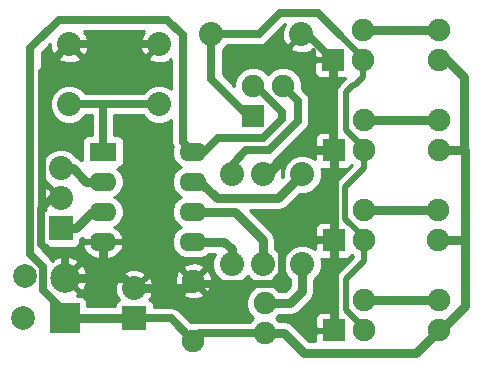
<source format=gbl>
G04 (created by PCBNEW-RS274X (2011-12-21 BZR 3253)-stable) date 29/03/2012 15:53:19*
G01*
G70*
G90*
%MOIN*%
G04 Gerber Fmt 3.4, Leading zero omitted, Abs format*
%FSLAX34Y34*%
G04 APERTURE LIST*
%ADD10C,0.006000*%
%ADD11R,0.075000X0.075000*%
%ADD12C,0.075000*%
%ADD13R,0.098400X0.098400*%
%ADD14C,0.098400*%
%ADD15C,0.078700*%
%ADD16C,0.080000*%
%ADD17R,0.090000X0.062000*%
%ADD18O,0.090000X0.062000*%
%ADD19R,0.080000X0.080000*%
%ADD20C,0.025000*%
%ADD21C,0.030000*%
%ADD22C,0.020000*%
%ADD23C,0.010000*%
G04 APERTURE END LIST*
G54D10*
G54D11*
X46510Y-24950D03*
G54D12*
X47510Y-23950D03*
X46510Y-23950D03*
G54D13*
X40250Y-31700D03*
G54D14*
X40250Y-30350D03*
G54D15*
X38850Y-31700D03*
X38900Y-30300D03*
G54D16*
X43385Y-22565D03*
X43385Y-24565D03*
X40385Y-22565D03*
X40385Y-24565D03*
G54D11*
X49200Y-32100D03*
G54D12*
X50200Y-32100D03*
X50200Y-31100D03*
X52700Y-26100D03*
X52700Y-25100D03*
G54D17*
X41500Y-26150D03*
G54D18*
X41500Y-27150D03*
X41500Y-28150D03*
X41500Y-29150D03*
X44500Y-29150D03*
X44500Y-28150D03*
X44500Y-27150D03*
X44500Y-26150D03*
G54D19*
X42550Y-31700D03*
G54D16*
X42550Y-30700D03*
G54D12*
X52675Y-29100D03*
X52675Y-28100D03*
X52700Y-32095D03*
X52700Y-31095D03*
X46900Y-32200D03*
X46900Y-31200D03*
G54D16*
X48150Y-26900D03*
X48150Y-29900D03*
X45120Y-22230D03*
X48120Y-22230D03*
X46850Y-29900D03*
X46850Y-26900D03*
X45800Y-26900D03*
X45800Y-29900D03*
G54D11*
X49170Y-23080D03*
G54D12*
X50170Y-23080D03*
X50170Y-22080D03*
G54D11*
X49200Y-26100D03*
G54D12*
X50200Y-26100D03*
X50200Y-25100D03*
G54D11*
X49200Y-29100D03*
G54D12*
X50200Y-29100D03*
X50200Y-28100D03*
X52695Y-23090D03*
X52695Y-22090D03*
X44520Y-32455D03*
X44520Y-30455D03*
G54D19*
X40100Y-28700D03*
G54D16*
X40100Y-27700D03*
X40100Y-26700D03*
G54D20*
X44550Y-30700D02*
X44580Y-30700D01*
X39800Y-27700D02*
X40100Y-27700D01*
X39465Y-28035D02*
X39465Y-24410D01*
X44720Y-30560D02*
X47160Y-30560D01*
G54D21*
X49200Y-29100D02*
X49200Y-32100D01*
X49200Y-26100D02*
X49200Y-29100D01*
G54D20*
X39465Y-24410D02*
X39465Y-23485D01*
X39465Y-23485D02*
X40385Y-22565D01*
X47490Y-30230D02*
X47490Y-29450D01*
X44520Y-30455D02*
X44405Y-30455D01*
X39450Y-29208D02*
X39450Y-28050D01*
G54D21*
X42550Y-30700D02*
X44160Y-30700D01*
G54D20*
X48320Y-22230D02*
X49170Y-23080D01*
G54D21*
X41500Y-30350D02*
X42200Y-30350D01*
G54D20*
X39465Y-28035D02*
X39800Y-27700D01*
X47490Y-29450D02*
X47840Y-29100D01*
X39450Y-28050D02*
X39465Y-28035D01*
X47080Y-26900D02*
X47880Y-26100D01*
G54D21*
X42200Y-30350D02*
X42550Y-30700D01*
G54D20*
X39940Y-29460D02*
X39702Y-29460D01*
G54D21*
X49170Y-23080D02*
X49170Y-26070D01*
G54D20*
X39702Y-29460D02*
X39450Y-29208D01*
X39450Y-29208D02*
X39442Y-29208D01*
X39442Y-29208D02*
X39450Y-29208D01*
X40250Y-30350D02*
X40250Y-29640D01*
X40070Y-29460D02*
X39940Y-29460D01*
X40250Y-29640D02*
X40070Y-29460D01*
X47160Y-30560D02*
X47490Y-30230D01*
X44580Y-30700D02*
X44720Y-30560D01*
G54D21*
X41500Y-29150D02*
X41500Y-30350D01*
G54D20*
X47840Y-29100D02*
X49200Y-29100D01*
X40385Y-22565D02*
X43385Y-22565D01*
G54D21*
X49170Y-26070D02*
X49200Y-26100D01*
G54D20*
X44405Y-30455D02*
X44160Y-30700D01*
G54D21*
X47880Y-26100D02*
X49200Y-26100D01*
X40250Y-30350D02*
X41500Y-30350D01*
G54D20*
X46850Y-26900D02*
X47080Y-26900D01*
G54D21*
X44160Y-30700D02*
X44550Y-30700D01*
G54D20*
X48120Y-22230D02*
X48320Y-22230D01*
G54D21*
X47350Y-27700D02*
X48150Y-26900D01*
X45300Y-27700D02*
X46850Y-27700D01*
X46850Y-27700D02*
X47350Y-27700D01*
X44500Y-27150D02*
X44750Y-27150D01*
X44750Y-27150D02*
X45300Y-27700D01*
X45800Y-29400D02*
X45800Y-29900D01*
X44500Y-29150D02*
X45550Y-29150D01*
X45550Y-29150D02*
X45800Y-29400D01*
X50200Y-28100D02*
X52675Y-28100D01*
X50170Y-22080D02*
X52685Y-22080D01*
X52685Y-22080D02*
X52695Y-22090D01*
G54D20*
X48015Y-25110D02*
X48015Y-24455D01*
X48015Y-24455D02*
X47510Y-23950D01*
X47040Y-26085D02*
X48015Y-25110D01*
X45800Y-26575D02*
X46290Y-26085D01*
X46290Y-26085D02*
X47040Y-26085D01*
X45800Y-26900D02*
X45800Y-26575D01*
G54D21*
X48150Y-30800D02*
X48150Y-29900D01*
X46900Y-31200D02*
X47750Y-31200D01*
X47750Y-31200D02*
X48150Y-30800D01*
X40100Y-26700D02*
X40500Y-26700D01*
X40500Y-26700D02*
X40950Y-27150D01*
X40950Y-27150D02*
X41500Y-27150D01*
X40600Y-28700D02*
X41150Y-28150D01*
X40100Y-28700D02*
X40600Y-28700D01*
X41150Y-28150D02*
X41500Y-28150D01*
X52700Y-31095D02*
X50205Y-31095D01*
X50205Y-31095D02*
X50200Y-31100D01*
G54D22*
X50170Y-23020D02*
X50170Y-23080D01*
X50200Y-28990D02*
X49590Y-28380D01*
X49590Y-28380D02*
X49590Y-27310D01*
X50070Y-26830D02*
X50200Y-26700D01*
X50200Y-29800D02*
X50200Y-29100D01*
X49610Y-25430D02*
X49610Y-24160D01*
X50170Y-23660D02*
X50170Y-23080D01*
G54D20*
X46695Y-22230D02*
X47415Y-21510D01*
X47415Y-21510D02*
X48660Y-21510D01*
X48660Y-21510D02*
X49410Y-22260D01*
X45120Y-22230D02*
X46695Y-22230D01*
X46355Y-24950D02*
X45120Y-23715D01*
X45120Y-23715D02*
X45120Y-22230D01*
X46510Y-24950D02*
X46355Y-24950D01*
G54D22*
X50170Y-23020D02*
X49410Y-22260D01*
X49600Y-31440D02*
X49600Y-30400D01*
X50200Y-32040D02*
X49600Y-31440D01*
X50200Y-29100D02*
X50200Y-28990D01*
X50200Y-26100D02*
X50200Y-26020D01*
X49600Y-30400D02*
X50070Y-29930D01*
X49610Y-24160D02*
X49855Y-23915D01*
X50200Y-32100D02*
X50200Y-32040D01*
X50200Y-26020D02*
X49610Y-25430D01*
X50070Y-29930D02*
X50200Y-29800D01*
X50200Y-26700D02*
X50200Y-26100D01*
X49855Y-23915D02*
X49915Y-23915D01*
X49915Y-23915D02*
X50170Y-23660D01*
X49590Y-27310D02*
X50070Y-26830D01*
G54D21*
X50200Y-25100D02*
X52700Y-25100D01*
G54D20*
X41500Y-26150D02*
X41500Y-24580D01*
X41500Y-24580D02*
X41515Y-24565D01*
X40385Y-24565D02*
X41515Y-24565D01*
X41515Y-24565D02*
X43385Y-24565D01*
G54D21*
X46850Y-29100D02*
X46850Y-29900D01*
X45900Y-28150D02*
X46850Y-29100D01*
X44500Y-28150D02*
X45900Y-28150D01*
G54D20*
X43765Y-31700D02*
X44520Y-32455D01*
G54D21*
X47550Y-32200D02*
X48200Y-32850D01*
G54D20*
X44500Y-26150D02*
X44890Y-26150D01*
X39090Y-29550D02*
X39090Y-22700D01*
X44520Y-32430D02*
X44750Y-32200D01*
X44520Y-32455D02*
X44520Y-32430D01*
X47475Y-24810D02*
X46615Y-23950D01*
G54D21*
X48200Y-32850D02*
X50380Y-32850D01*
X40250Y-31700D02*
X42550Y-31700D01*
G54D20*
X44890Y-26150D02*
X45345Y-25695D01*
G54D21*
X52985Y-23090D02*
X53550Y-23655D01*
X53550Y-23655D02*
X53550Y-26100D01*
X52695Y-23090D02*
X52985Y-23090D01*
X46900Y-32200D02*
X47550Y-32200D01*
G54D20*
X46845Y-25695D02*
X47475Y-25065D01*
X45345Y-25695D02*
X46845Y-25695D01*
X44160Y-25810D02*
X44500Y-26150D01*
X47475Y-25065D02*
X47475Y-24810D01*
X46615Y-23950D02*
X46510Y-23950D01*
X39090Y-22700D02*
X40040Y-21750D01*
G54D21*
X53570Y-31285D02*
X53570Y-29085D01*
G54D20*
X40250Y-31700D02*
X40250Y-31500D01*
X39520Y-29980D02*
X39090Y-29550D01*
X39520Y-30770D02*
X39520Y-29980D01*
X40250Y-31500D02*
X39520Y-30770D01*
X40040Y-21750D02*
X43650Y-21750D01*
G54D21*
X52675Y-29100D02*
X53570Y-29100D01*
X52700Y-26100D02*
X53550Y-26100D01*
X53550Y-26100D02*
X53570Y-26100D01*
G54D20*
X42550Y-31700D02*
X43765Y-31700D01*
G54D21*
X51945Y-32850D02*
X52700Y-32095D01*
X53570Y-29085D02*
X53570Y-26310D01*
X52700Y-32095D02*
X52760Y-32095D01*
X53570Y-29100D02*
X53570Y-29085D01*
G54D20*
X44750Y-32200D02*
X46900Y-32200D01*
G54D21*
X52760Y-32095D02*
X53570Y-31285D01*
G54D20*
X43650Y-21750D02*
X44160Y-22260D01*
G54D21*
X53570Y-26310D02*
X53570Y-26100D01*
G54D20*
X44160Y-22260D02*
X44160Y-25810D01*
G54D21*
X50380Y-32850D02*
X51945Y-32850D01*
G54D10*
G36*
X39599Y-28059D02*
X39578Y-28081D01*
X39559Y-28089D01*
X39489Y-28159D01*
X39465Y-28216D01*
X39465Y-27749D01*
X39469Y-27851D01*
X39546Y-28040D01*
X39599Y-28059D01*
X39599Y-28059D01*
G37*
G54D23*
X39599Y-28059D02*
X39578Y-28081D01*
X39559Y-28089D01*
X39489Y-28159D01*
X39465Y-28216D01*
X39465Y-27749D01*
X39469Y-27851D01*
X39546Y-28040D01*
X39599Y-28059D01*
G54D10*
G36*
X40171Y-27700D02*
X40100Y-27771D01*
X40029Y-27700D01*
X39994Y-27665D01*
X39651Y-27322D01*
X39546Y-27360D01*
X39465Y-27580D01*
X39465Y-26862D01*
X39550Y-27068D01*
X39724Y-27242D01*
X39722Y-27251D01*
X40065Y-27594D01*
X40100Y-27629D01*
X40171Y-27700D01*
X40171Y-27700D01*
G37*
G54D23*
X40171Y-27700D02*
X40100Y-27771D01*
X40029Y-27700D01*
X39994Y-27665D01*
X39651Y-27322D01*
X39546Y-27360D01*
X39465Y-27580D01*
X39465Y-26862D01*
X39550Y-27068D01*
X39724Y-27242D01*
X39722Y-27251D01*
X40065Y-27594D01*
X40100Y-27629D01*
X40171Y-27700D01*
G54D10*
G36*
X43785Y-24047D02*
X43763Y-24025D01*
X43753Y-24015D01*
X43514Y-23916D01*
X43256Y-23916D01*
X43017Y-24015D01*
X42842Y-24190D01*
X41515Y-24190D01*
X41026Y-24190D01*
X40928Y-24190D01*
X40763Y-24025D01*
X40763Y-23014D01*
X40385Y-22636D01*
X40007Y-23014D01*
X40045Y-23119D01*
X40282Y-23206D01*
X40536Y-23196D01*
X40725Y-23119D01*
X40763Y-23014D01*
X40763Y-24025D01*
X40753Y-24015D01*
X40514Y-23916D01*
X40256Y-23916D01*
X40017Y-24015D01*
X39835Y-24197D01*
X39736Y-24436D01*
X39736Y-24694D01*
X39835Y-24933D01*
X40017Y-25115D01*
X40256Y-25214D01*
X40514Y-25214D01*
X40753Y-25115D01*
X40928Y-24940D01*
X41125Y-24940D01*
X41125Y-25591D01*
X41001Y-25591D01*
X40909Y-25629D01*
X40839Y-25699D01*
X40801Y-25790D01*
X40801Y-25889D01*
X40801Y-26435D01*
X40783Y-26417D01*
X40653Y-26330D01*
X40646Y-26328D01*
X40468Y-26150D01*
X40229Y-26051D01*
X39971Y-26051D01*
X39732Y-26150D01*
X39550Y-26332D01*
X39465Y-26537D01*
X39465Y-22855D01*
X39748Y-22572D01*
X39754Y-22716D01*
X39831Y-22905D01*
X39936Y-22943D01*
X40279Y-22600D01*
X40314Y-22565D01*
X40385Y-22494D01*
X40456Y-22565D01*
X40491Y-22600D01*
X40834Y-22943D01*
X40939Y-22905D01*
X41026Y-22668D01*
X41016Y-22414D01*
X40939Y-22225D01*
X40885Y-22205D01*
X40923Y-22168D01*
X40880Y-22125D01*
X42890Y-22125D01*
X42847Y-22168D01*
X42884Y-22205D01*
X42831Y-22225D01*
X42744Y-22462D01*
X42754Y-22716D01*
X42831Y-22905D01*
X42936Y-22943D01*
X43279Y-22600D01*
X43314Y-22565D01*
X43385Y-22494D01*
X43456Y-22565D01*
X43385Y-22636D01*
X43350Y-22671D01*
X43314Y-22707D01*
X43007Y-23014D01*
X43045Y-23119D01*
X43282Y-23206D01*
X43536Y-23196D01*
X43725Y-23119D01*
X43744Y-23065D01*
X43763Y-23084D01*
X43782Y-23103D01*
X43785Y-23100D01*
X43785Y-24047D01*
X43785Y-24047D01*
G37*
G54D23*
X43785Y-24047D02*
X43763Y-24025D01*
X43753Y-24015D01*
X43514Y-23916D01*
X43256Y-23916D01*
X43017Y-24015D01*
X42842Y-24190D01*
X41515Y-24190D01*
X41026Y-24190D01*
X40928Y-24190D01*
X40763Y-24025D01*
X40763Y-23014D01*
X40385Y-22636D01*
X40007Y-23014D01*
X40045Y-23119D01*
X40282Y-23206D01*
X40536Y-23196D01*
X40725Y-23119D01*
X40763Y-23014D01*
X40763Y-24025D01*
X40753Y-24015D01*
X40514Y-23916D01*
X40256Y-23916D01*
X40017Y-24015D01*
X39835Y-24197D01*
X39736Y-24436D01*
X39736Y-24694D01*
X39835Y-24933D01*
X40017Y-25115D01*
X40256Y-25214D01*
X40514Y-25214D01*
X40753Y-25115D01*
X40928Y-24940D01*
X41125Y-24940D01*
X41125Y-25591D01*
X41001Y-25591D01*
X40909Y-25629D01*
X40839Y-25699D01*
X40801Y-25790D01*
X40801Y-25889D01*
X40801Y-26435D01*
X40783Y-26417D01*
X40653Y-26330D01*
X40646Y-26328D01*
X40468Y-26150D01*
X40229Y-26051D01*
X39971Y-26051D01*
X39732Y-26150D01*
X39550Y-26332D01*
X39465Y-26537D01*
X39465Y-22855D01*
X39748Y-22572D01*
X39754Y-22716D01*
X39831Y-22905D01*
X39936Y-22943D01*
X40279Y-22600D01*
X40314Y-22565D01*
X40385Y-22494D01*
X40456Y-22565D01*
X40491Y-22600D01*
X40834Y-22943D01*
X40939Y-22905D01*
X41026Y-22668D01*
X41016Y-22414D01*
X40939Y-22225D01*
X40885Y-22205D01*
X40923Y-22168D01*
X40880Y-22125D01*
X42890Y-22125D01*
X42847Y-22168D01*
X42884Y-22205D01*
X42831Y-22225D01*
X42744Y-22462D01*
X42754Y-22716D01*
X42831Y-22905D01*
X42936Y-22943D01*
X43279Y-22600D01*
X43314Y-22565D01*
X43385Y-22494D01*
X43456Y-22565D01*
X43385Y-22636D01*
X43350Y-22671D01*
X43314Y-22707D01*
X43007Y-23014D01*
X43045Y-23119D01*
X43282Y-23206D01*
X43536Y-23196D01*
X43725Y-23119D01*
X43744Y-23065D01*
X43763Y-23084D01*
X43782Y-23103D01*
X43785Y-23100D01*
X43785Y-24047D01*
G54D10*
G36*
X49850Y-29655D02*
X49824Y-29681D01*
X49822Y-29683D01*
X49353Y-30153D01*
X49277Y-30266D01*
X49250Y-30400D01*
X49250Y-31440D01*
X49266Y-31520D01*
X49250Y-31537D01*
X49250Y-32000D01*
X49250Y-32050D01*
X49250Y-32150D01*
X49150Y-32150D01*
X49150Y-32050D01*
X49150Y-31537D01*
X49088Y-31475D01*
X48776Y-31476D01*
X48684Y-31514D01*
X48614Y-31584D01*
X48576Y-31675D01*
X48576Y-31774D01*
X48575Y-31988D01*
X48637Y-32050D01*
X49150Y-32050D01*
X49150Y-32150D01*
X49100Y-32150D01*
X48637Y-32150D01*
X48575Y-32212D01*
X48576Y-32426D01*
X48576Y-32450D01*
X48366Y-32450D01*
X47833Y-31917D01*
X47703Y-31830D01*
X47550Y-31800D01*
X47384Y-31800D01*
X47284Y-31700D01*
X47384Y-31600D01*
X47750Y-31600D01*
X47903Y-31570D01*
X48033Y-31483D01*
X48429Y-31085D01*
X48432Y-31083D01*
X48433Y-31083D01*
X48519Y-30954D01*
X48520Y-30953D01*
X48550Y-30800D01*
X48550Y-30418D01*
X48700Y-30268D01*
X48799Y-30029D01*
X48799Y-29771D01*
X48779Y-29724D01*
X49088Y-29725D01*
X49150Y-29663D01*
X49150Y-29150D01*
X49150Y-29050D01*
X49150Y-28537D01*
X49088Y-28475D01*
X48776Y-28476D01*
X48684Y-28514D01*
X48614Y-28584D01*
X48576Y-28675D01*
X48576Y-28774D01*
X48575Y-28988D01*
X48637Y-29050D01*
X49150Y-29050D01*
X49150Y-29150D01*
X48637Y-29150D01*
X48575Y-29212D01*
X48575Y-29407D01*
X48518Y-29350D01*
X48279Y-29251D01*
X48021Y-29251D01*
X47782Y-29350D01*
X47600Y-29532D01*
X47501Y-29771D01*
X47501Y-30029D01*
X47600Y-30268D01*
X47750Y-30418D01*
X47750Y-30634D01*
X47584Y-30800D01*
X47384Y-30800D01*
X47254Y-30670D01*
X47025Y-30575D01*
X46776Y-30575D01*
X46546Y-30670D01*
X46370Y-30846D01*
X46275Y-31075D01*
X46275Y-31324D01*
X46370Y-31554D01*
X46516Y-31700D01*
X46391Y-31825D01*
X45137Y-31825D01*
X45137Y-30552D01*
X45127Y-30309D01*
X45053Y-30130D01*
X44951Y-30094D01*
X44881Y-30164D01*
X44881Y-30024D01*
X44845Y-29922D01*
X44617Y-29838D01*
X44374Y-29848D01*
X44195Y-29922D01*
X44159Y-30024D01*
X44520Y-30384D01*
X44881Y-30024D01*
X44881Y-30164D01*
X44591Y-30455D01*
X44951Y-30816D01*
X45053Y-30780D01*
X45137Y-30552D01*
X45137Y-31825D01*
X44881Y-31825D01*
X44881Y-30886D01*
X44520Y-30526D01*
X44449Y-30596D01*
X44449Y-30455D01*
X44089Y-30094D01*
X43987Y-30130D01*
X43903Y-30358D01*
X43913Y-30601D01*
X43987Y-30780D01*
X44089Y-30816D01*
X44449Y-30455D01*
X44449Y-30596D01*
X44159Y-30886D01*
X44195Y-30988D01*
X44423Y-31072D01*
X44666Y-31062D01*
X44845Y-30988D01*
X44881Y-30886D01*
X44881Y-31825D01*
X44750Y-31825D01*
X44671Y-31840D01*
X44645Y-31830D01*
X44425Y-31830D01*
X44030Y-31435D01*
X43909Y-31354D01*
X43765Y-31325D01*
X43199Y-31325D01*
X43199Y-31251D01*
X43161Y-31159D01*
X43091Y-31089D01*
X43072Y-31081D01*
X43050Y-31059D01*
X43104Y-31040D01*
X43191Y-30803D01*
X43181Y-30549D01*
X43104Y-30360D01*
X42999Y-30322D01*
X42928Y-30393D01*
X42928Y-30251D01*
X42890Y-30146D01*
X42653Y-30059D01*
X42399Y-30069D01*
X42210Y-30146D01*
X42182Y-30223D01*
X42182Y-29287D01*
X42135Y-29200D01*
X41550Y-29200D01*
X41550Y-29710D01*
X41660Y-29710D01*
X41873Y-29660D01*
X42050Y-29532D01*
X42165Y-29346D01*
X42182Y-29287D01*
X42182Y-30223D01*
X42172Y-30251D01*
X42550Y-30629D01*
X42928Y-30251D01*
X42928Y-30393D01*
X42656Y-30665D01*
X42621Y-30700D01*
X42550Y-30771D01*
X42479Y-30700D01*
X42444Y-30665D01*
X42101Y-30322D01*
X41996Y-30360D01*
X41909Y-30597D01*
X41919Y-30851D01*
X41996Y-31040D01*
X42049Y-31059D01*
X42028Y-31081D01*
X42009Y-31089D01*
X41939Y-31159D01*
X41901Y-31250D01*
X41901Y-31300D01*
X41450Y-31300D01*
X41450Y-29710D01*
X41450Y-29200D01*
X40865Y-29200D01*
X40818Y-29287D01*
X40835Y-29346D01*
X40950Y-29532D01*
X41127Y-29660D01*
X41340Y-29710D01*
X41450Y-29710D01*
X41450Y-31300D01*
X40991Y-31300D01*
X40991Y-31159D01*
X40981Y-31134D01*
X40981Y-30474D01*
X40973Y-30185D01*
X40878Y-29955D01*
X40765Y-29906D01*
X40321Y-30350D01*
X40765Y-30794D01*
X40878Y-30745D01*
X40981Y-30474D01*
X40981Y-31134D01*
X40953Y-31067D01*
X40883Y-30997D01*
X40792Y-30959D01*
X40693Y-30959D01*
X40653Y-30959D01*
X40694Y-30865D01*
X40285Y-30456D01*
X40250Y-30421D01*
X40179Y-30350D01*
X40250Y-30279D01*
X40285Y-30244D01*
X40694Y-29835D01*
X40645Y-29722D01*
X40374Y-29619D01*
X40085Y-29627D01*
X39855Y-29722D01*
X39829Y-29781D01*
X39785Y-29715D01*
X39465Y-29395D01*
X39465Y-29182D01*
X39489Y-29241D01*
X39559Y-29311D01*
X39650Y-29349D01*
X39749Y-29349D01*
X40549Y-29349D01*
X40641Y-29311D01*
X40711Y-29241D01*
X40749Y-29150D01*
X40749Y-29070D01*
X40753Y-29070D01*
X40823Y-29022D01*
X40865Y-29100D01*
X41400Y-29100D01*
X41450Y-29100D01*
X41550Y-29100D01*
X41600Y-29100D01*
X42135Y-29100D01*
X42182Y-29013D01*
X42165Y-28954D01*
X42050Y-28768D01*
X41884Y-28648D01*
X41964Y-28615D01*
X42118Y-28461D01*
X42202Y-28259D01*
X42202Y-28041D01*
X42118Y-27839D01*
X41964Y-27685D01*
X41879Y-27650D01*
X41964Y-27615D01*
X42118Y-27461D01*
X42202Y-27259D01*
X42202Y-27041D01*
X42118Y-26839D01*
X41988Y-26709D01*
X41999Y-26709D01*
X42091Y-26671D01*
X42161Y-26601D01*
X42199Y-26510D01*
X42199Y-26411D01*
X42199Y-25791D01*
X42161Y-25699D01*
X42091Y-25629D01*
X42000Y-25591D01*
X41901Y-25591D01*
X41875Y-25591D01*
X41875Y-24940D01*
X42842Y-24940D01*
X43017Y-25115D01*
X43256Y-25214D01*
X43514Y-25214D01*
X43753Y-25115D01*
X43785Y-25083D01*
X43785Y-25810D01*
X43814Y-25954D01*
X43826Y-25972D01*
X43798Y-26041D01*
X43798Y-26259D01*
X43882Y-26461D01*
X44036Y-26615D01*
X44120Y-26650D01*
X44036Y-26685D01*
X43882Y-26839D01*
X43798Y-27041D01*
X43798Y-27259D01*
X43882Y-27461D01*
X44036Y-27615D01*
X44120Y-27650D01*
X44036Y-27685D01*
X43882Y-27839D01*
X43798Y-28041D01*
X43798Y-28259D01*
X43882Y-28461D01*
X44036Y-28615D01*
X44120Y-28650D01*
X44036Y-28685D01*
X43882Y-28839D01*
X43798Y-29041D01*
X43798Y-29259D01*
X43882Y-29461D01*
X44036Y-29615D01*
X44238Y-29699D01*
X44456Y-29699D01*
X44762Y-29699D01*
X44964Y-29615D01*
X45029Y-29550D01*
X45242Y-29550D01*
X45151Y-29771D01*
X45151Y-30029D01*
X45250Y-30268D01*
X45432Y-30450D01*
X45671Y-30549D01*
X45929Y-30549D01*
X46168Y-30450D01*
X46325Y-30293D01*
X46482Y-30450D01*
X46721Y-30549D01*
X46979Y-30549D01*
X47218Y-30450D01*
X47400Y-30268D01*
X47499Y-30029D01*
X47499Y-29771D01*
X47400Y-29532D01*
X47250Y-29382D01*
X47250Y-29100D01*
X47220Y-28947D01*
X47219Y-28946D01*
X47133Y-28817D01*
X47129Y-28814D01*
X46415Y-28100D01*
X46850Y-28100D01*
X47350Y-28100D01*
X47503Y-28070D01*
X47633Y-27983D01*
X48067Y-27549D01*
X48279Y-27549D01*
X48518Y-27450D01*
X48700Y-27268D01*
X48799Y-27029D01*
X48799Y-26771D01*
X48779Y-26724D01*
X49088Y-26725D01*
X49150Y-26663D01*
X49150Y-26150D01*
X49150Y-26050D01*
X49150Y-25537D01*
X49120Y-25507D01*
X49120Y-23643D01*
X49120Y-23130D01*
X48607Y-23130D01*
X48545Y-23192D01*
X48546Y-23406D01*
X48546Y-23505D01*
X48584Y-23596D01*
X48654Y-23666D01*
X48746Y-23704D01*
X49058Y-23705D01*
X49120Y-23643D01*
X49120Y-25507D01*
X49088Y-25475D01*
X48776Y-25476D01*
X48684Y-25514D01*
X48614Y-25584D01*
X48576Y-25675D01*
X48576Y-25774D01*
X48575Y-25988D01*
X48637Y-26050D01*
X49150Y-26050D01*
X49150Y-26150D01*
X48637Y-26150D01*
X48575Y-26212D01*
X48575Y-26407D01*
X48518Y-26350D01*
X48498Y-26341D01*
X48279Y-26251D01*
X48021Y-26251D01*
X47782Y-26350D01*
X47600Y-26532D01*
X47501Y-26771D01*
X47501Y-26983D01*
X47490Y-26993D01*
X47481Y-26749D01*
X47404Y-26560D01*
X47299Y-26522D01*
X46956Y-26865D01*
X46921Y-26900D01*
X46850Y-26971D01*
X46779Y-26900D01*
X46850Y-26829D01*
X46885Y-26794D01*
X47228Y-26451D01*
X47213Y-26411D01*
X47213Y-26410D01*
X47305Y-26350D01*
X48280Y-25376D01*
X48280Y-25375D01*
X48320Y-25314D01*
X48361Y-25254D01*
X48361Y-25253D01*
X48389Y-25111D01*
X48390Y-25110D01*
X48390Y-24455D01*
X48361Y-24312D01*
X48361Y-24311D01*
X48280Y-24190D01*
X48135Y-24045D01*
X48135Y-23826D01*
X48040Y-23596D01*
X47864Y-23420D01*
X47635Y-23325D01*
X47386Y-23325D01*
X47156Y-23420D01*
X47010Y-23566D01*
X46864Y-23420D01*
X46635Y-23325D01*
X46386Y-23325D01*
X46156Y-23420D01*
X45980Y-23596D01*
X45885Y-23825D01*
X45885Y-23949D01*
X45495Y-23559D01*
X45495Y-22773D01*
X45663Y-22605D01*
X46695Y-22605D01*
X46838Y-22576D01*
X46839Y-22576D01*
X46960Y-22495D01*
X47570Y-21885D01*
X47579Y-21885D01*
X47566Y-21890D01*
X47479Y-22127D01*
X47489Y-22381D01*
X47566Y-22570D01*
X47671Y-22608D01*
X48014Y-22265D01*
X48049Y-22230D01*
X48120Y-22159D01*
X48191Y-22230D01*
X48120Y-22301D01*
X48085Y-22336D01*
X47742Y-22679D01*
X47780Y-22784D01*
X48017Y-22871D01*
X48271Y-22861D01*
X48460Y-22784D01*
X48479Y-22730D01*
X48498Y-22749D01*
X48517Y-22768D01*
X48546Y-22739D01*
X48546Y-22754D01*
X48545Y-22968D01*
X48607Y-23030D01*
X49070Y-23030D01*
X49120Y-23030D01*
X49220Y-23030D01*
X49220Y-23130D01*
X49220Y-23180D01*
X49220Y-23643D01*
X49282Y-23705D01*
X49571Y-23704D01*
X49363Y-23913D01*
X49287Y-24026D01*
X49260Y-24160D01*
X49260Y-25430D01*
X49276Y-25510D01*
X49250Y-25537D01*
X49250Y-26000D01*
X49250Y-26050D01*
X49250Y-26150D01*
X49250Y-26200D01*
X49250Y-26663D01*
X49312Y-26725D01*
X49624Y-26724D01*
X49716Y-26686D01*
X49786Y-26616D01*
X49799Y-26583D01*
X49810Y-26594D01*
X49343Y-27063D01*
X49267Y-27176D01*
X49240Y-27310D01*
X49240Y-28380D01*
X49267Y-28514D01*
X49269Y-28517D01*
X49250Y-28537D01*
X49250Y-29000D01*
X49250Y-29050D01*
X49250Y-29150D01*
X49250Y-29200D01*
X49250Y-29663D01*
X49312Y-29725D01*
X49624Y-29724D01*
X49716Y-29686D01*
X49786Y-29616D01*
X49799Y-29583D01*
X49846Y-29630D01*
X49850Y-29631D01*
X49850Y-29655D01*
X49850Y-29655D01*
G37*
G54D23*
X49850Y-29655D02*
X49824Y-29681D01*
X49822Y-29683D01*
X49353Y-30153D01*
X49277Y-30266D01*
X49250Y-30400D01*
X49250Y-31440D01*
X49266Y-31520D01*
X49250Y-31537D01*
X49250Y-32000D01*
X49250Y-32050D01*
X49250Y-32150D01*
X49150Y-32150D01*
X49150Y-32050D01*
X49150Y-31537D01*
X49088Y-31475D01*
X48776Y-31476D01*
X48684Y-31514D01*
X48614Y-31584D01*
X48576Y-31675D01*
X48576Y-31774D01*
X48575Y-31988D01*
X48637Y-32050D01*
X49150Y-32050D01*
X49150Y-32150D01*
X49100Y-32150D01*
X48637Y-32150D01*
X48575Y-32212D01*
X48576Y-32426D01*
X48576Y-32450D01*
X48366Y-32450D01*
X47833Y-31917D01*
X47703Y-31830D01*
X47550Y-31800D01*
X47384Y-31800D01*
X47284Y-31700D01*
X47384Y-31600D01*
X47750Y-31600D01*
X47903Y-31570D01*
X48033Y-31483D01*
X48429Y-31085D01*
X48432Y-31083D01*
X48433Y-31083D01*
X48519Y-30954D01*
X48520Y-30953D01*
X48550Y-30800D01*
X48550Y-30418D01*
X48700Y-30268D01*
X48799Y-30029D01*
X48799Y-29771D01*
X48779Y-29724D01*
X49088Y-29725D01*
X49150Y-29663D01*
X49150Y-29150D01*
X49150Y-29050D01*
X49150Y-28537D01*
X49088Y-28475D01*
X48776Y-28476D01*
X48684Y-28514D01*
X48614Y-28584D01*
X48576Y-28675D01*
X48576Y-28774D01*
X48575Y-28988D01*
X48637Y-29050D01*
X49150Y-29050D01*
X49150Y-29150D01*
X48637Y-29150D01*
X48575Y-29212D01*
X48575Y-29407D01*
X48518Y-29350D01*
X48279Y-29251D01*
X48021Y-29251D01*
X47782Y-29350D01*
X47600Y-29532D01*
X47501Y-29771D01*
X47501Y-30029D01*
X47600Y-30268D01*
X47750Y-30418D01*
X47750Y-30634D01*
X47584Y-30800D01*
X47384Y-30800D01*
X47254Y-30670D01*
X47025Y-30575D01*
X46776Y-30575D01*
X46546Y-30670D01*
X46370Y-30846D01*
X46275Y-31075D01*
X46275Y-31324D01*
X46370Y-31554D01*
X46516Y-31700D01*
X46391Y-31825D01*
X45137Y-31825D01*
X45137Y-30552D01*
X45127Y-30309D01*
X45053Y-30130D01*
X44951Y-30094D01*
X44881Y-30164D01*
X44881Y-30024D01*
X44845Y-29922D01*
X44617Y-29838D01*
X44374Y-29848D01*
X44195Y-29922D01*
X44159Y-30024D01*
X44520Y-30384D01*
X44881Y-30024D01*
X44881Y-30164D01*
X44591Y-30455D01*
X44951Y-30816D01*
X45053Y-30780D01*
X45137Y-30552D01*
X45137Y-31825D01*
X44881Y-31825D01*
X44881Y-30886D01*
X44520Y-30526D01*
X44449Y-30596D01*
X44449Y-30455D01*
X44089Y-30094D01*
X43987Y-30130D01*
X43903Y-30358D01*
X43913Y-30601D01*
X43987Y-30780D01*
X44089Y-30816D01*
X44449Y-30455D01*
X44449Y-30596D01*
X44159Y-30886D01*
X44195Y-30988D01*
X44423Y-31072D01*
X44666Y-31062D01*
X44845Y-30988D01*
X44881Y-30886D01*
X44881Y-31825D01*
X44750Y-31825D01*
X44671Y-31840D01*
X44645Y-31830D01*
X44425Y-31830D01*
X44030Y-31435D01*
X43909Y-31354D01*
X43765Y-31325D01*
X43199Y-31325D01*
X43199Y-31251D01*
X43161Y-31159D01*
X43091Y-31089D01*
X43072Y-31081D01*
X43050Y-31059D01*
X43104Y-31040D01*
X43191Y-30803D01*
X43181Y-30549D01*
X43104Y-30360D01*
X42999Y-30322D01*
X42928Y-30393D01*
X42928Y-30251D01*
X42890Y-30146D01*
X42653Y-30059D01*
X42399Y-30069D01*
X42210Y-30146D01*
X42182Y-30223D01*
X42182Y-29287D01*
X42135Y-29200D01*
X41550Y-29200D01*
X41550Y-29710D01*
X41660Y-29710D01*
X41873Y-29660D01*
X42050Y-29532D01*
X42165Y-29346D01*
X42182Y-29287D01*
X42182Y-30223D01*
X42172Y-30251D01*
X42550Y-30629D01*
X42928Y-30251D01*
X42928Y-30393D01*
X42656Y-30665D01*
X42621Y-30700D01*
X42550Y-30771D01*
X42479Y-30700D01*
X42444Y-30665D01*
X42101Y-30322D01*
X41996Y-30360D01*
X41909Y-30597D01*
X41919Y-30851D01*
X41996Y-31040D01*
X42049Y-31059D01*
X42028Y-31081D01*
X42009Y-31089D01*
X41939Y-31159D01*
X41901Y-31250D01*
X41901Y-31300D01*
X41450Y-31300D01*
X41450Y-29710D01*
X41450Y-29200D01*
X40865Y-29200D01*
X40818Y-29287D01*
X40835Y-29346D01*
X40950Y-29532D01*
X41127Y-29660D01*
X41340Y-29710D01*
X41450Y-29710D01*
X41450Y-31300D01*
X40991Y-31300D01*
X40991Y-31159D01*
X40981Y-31134D01*
X40981Y-30474D01*
X40973Y-30185D01*
X40878Y-29955D01*
X40765Y-29906D01*
X40321Y-30350D01*
X40765Y-30794D01*
X40878Y-30745D01*
X40981Y-30474D01*
X40981Y-31134D01*
X40953Y-31067D01*
X40883Y-30997D01*
X40792Y-30959D01*
X40693Y-30959D01*
X40653Y-30959D01*
X40694Y-30865D01*
X40285Y-30456D01*
X40250Y-30421D01*
X40179Y-30350D01*
X40250Y-30279D01*
X40285Y-30244D01*
X40694Y-29835D01*
X40645Y-29722D01*
X40374Y-29619D01*
X40085Y-29627D01*
X39855Y-29722D01*
X39829Y-29781D01*
X39785Y-29715D01*
X39465Y-29395D01*
X39465Y-29182D01*
X39489Y-29241D01*
X39559Y-29311D01*
X39650Y-29349D01*
X39749Y-29349D01*
X40549Y-29349D01*
X40641Y-29311D01*
X40711Y-29241D01*
X40749Y-29150D01*
X40749Y-29070D01*
X40753Y-29070D01*
X40823Y-29022D01*
X40865Y-29100D01*
X41400Y-29100D01*
X41450Y-29100D01*
X41550Y-29100D01*
X41600Y-29100D01*
X42135Y-29100D01*
X42182Y-29013D01*
X42165Y-28954D01*
X42050Y-28768D01*
X41884Y-28648D01*
X41964Y-28615D01*
X42118Y-28461D01*
X42202Y-28259D01*
X42202Y-28041D01*
X42118Y-27839D01*
X41964Y-27685D01*
X41879Y-27650D01*
X41964Y-27615D01*
X42118Y-27461D01*
X42202Y-27259D01*
X42202Y-27041D01*
X42118Y-26839D01*
X41988Y-26709D01*
X41999Y-26709D01*
X42091Y-26671D01*
X42161Y-26601D01*
X42199Y-26510D01*
X42199Y-26411D01*
X42199Y-25791D01*
X42161Y-25699D01*
X42091Y-25629D01*
X42000Y-25591D01*
X41901Y-25591D01*
X41875Y-25591D01*
X41875Y-24940D01*
X42842Y-24940D01*
X43017Y-25115D01*
X43256Y-25214D01*
X43514Y-25214D01*
X43753Y-25115D01*
X43785Y-25083D01*
X43785Y-25810D01*
X43814Y-25954D01*
X43826Y-25972D01*
X43798Y-26041D01*
X43798Y-26259D01*
X43882Y-26461D01*
X44036Y-26615D01*
X44120Y-26650D01*
X44036Y-26685D01*
X43882Y-26839D01*
X43798Y-27041D01*
X43798Y-27259D01*
X43882Y-27461D01*
X44036Y-27615D01*
X44120Y-27650D01*
X44036Y-27685D01*
X43882Y-27839D01*
X43798Y-28041D01*
X43798Y-28259D01*
X43882Y-28461D01*
X44036Y-28615D01*
X44120Y-28650D01*
X44036Y-28685D01*
X43882Y-28839D01*
X43798Y-29041D01*
X43798Y-29259D01*
X43882Y-29461D01*
X44036Y-29615D01*
X44238Y-29699D01*
X44456Y-29699D01*
X44762Y-29699D01*
X44964Y-29615D01*
X45029Y-29550D01*
X45242Y-29550D01*
X45151Y-29771D01*
X45151Y-30029D01*
X45250Y-30268D01*
X45432Y-30450D01*
X45671Y-30549D01*
X45929Y-30549D01*
X46168Y-30450D01*
X46325Y-30293D01*
X46482Y-30450D01*
X46721Y-30549D01*
X46979Y-30549D01*
X47218Y-30450D01*
X47400Y-30268D01*
X47499Y-30029D01*
X47499Y-29771D01*
X47400Y-29532D01*
X47250Y-29382D01*
X47250Y-29100D01*
X47220Y-28947D01*
X47219Y-28946D01*
X47133Y-28817D01*
X47129Y-28814D01*
X46415Y-28100D01*
X46850Y-28100D01*
X47350Y-28100D01*
X47503Y-28070D01*
X47633Y-27983D01*
X48067Y-27549D01*
X48279Y-27549D01*
X48518Y-27450D01*
X48700Y-27268D01*
X48799Y-27029D01*
X48799Y-26771D01*
X48779Y-26724D01*
X49088Y-26725D01*
X49150Y-26663D01*
X49150Y-26150D01*
X49150Y-26050D01*
X49150Y-25537D01*
X49120Y-25507D01*
X49120Y-23643D01*
X49120Y-23130D01*
X48607Y-23130D01*
X48545Y-23192D01*
X48546Y-23406D01*
X48546Y-23505D01*
X48584Y-23596D01*
X48654Y-23666D01*
X48746Y-23704D01*
X49058Y-23705D01*
X49120Y-23643D01*
X49120Y-25507D01*
X49088Y-25475D01*
X48776Y-25476D01*
X48684Y-25514D01*
X48614Y-25584D01*
X48576Y-25675D01*
X48576Y-25774D01*
X48575Y-25988D01*
X48637Y-26050D01*
X49150Y-26050D01*
X49150Y-26150D01*
X48637Y-26150D01*
X48575Y-26212D01*
X48575Y-26407D01*
X48518Y-26350D01*
X48498Y-26341D01*
X48279Y-26251D01*
X48021Y-26251D01*
X47782Y-26350D01*
X47600Y-26532D01*
X47501Y-26771D01*
X47501Y-26983D01*
X47490Y-26993D01*
X47481Y-26749D01*
X47404Y-26560D01*
X47299Y-26522D01*
X46956Y-26865D01*
X46921Y-26900D01*
X46850Y-26971D01*
X46779Y-26900D01*
X46850Y-26829D01*
X46885Y-26794D01*
X47228Y-26451D01*
X47213Y-26411D01*
X47213Y-26410D01*
X47305Y-26350D01*
X48280Y-25376D01*
X48280Y-25375D01*
X48320Y-25314D01*
X48361Y-25254D01*
X48361Y-25253D01*
X48389Y-25111D01*
X48390Y-25110D01*
X48390Y-24455D01*
X48361Y-24312D01*
X48361Y-24311D01*
X48280Y-24190D01*
X48135Y-24045D01*
X48135Y-23826D01*
X48040Y-23596D01*
X47864Y-23420D01*
X47635Y-23325D01*
X47386Y-23325D01*
X47156Y-23420D01*
X47010Y-23566D01*
X46864Y-23420D01*
X46635Y-23325D01*
X46386Y-23325D01*
X46156Y-23420D01*
X45980Y-23596D01*
X45885Y-23825D01*
X45885Y-23949D01*
X45495Y-23559D01*
X45495Y-22773D01*
X45663Y-22605D01*
X46695Y-22605D01*
X46838Y-22576D01*
X46839Y-22576D01*
X46960Y-22495D01*
X47570Y-21885D01*
X47579Y-21885D01*
X47566Y-21890D01*
X47479Y-22127D01*
X47489Y-22381D01*
X47566Y-22570D01*
X47671Y-22608D01*
X48014Y-22265D01*
X48049Y-22230D01*
X48120Y-22159D01*
X48191Y-22230D01*
X48120Y-22301D01*
X48085Y-22336D01*
X47742Y-22679D01*
X47780Y-22784D01*
X48017Y-22871D01*
X48271Y-22861D01*
X48460Y-22784D01*
X48479Y-22730D01*
X48498Y-22749D01*
X48517Y-22768D01*
X48546Y-22739D01*
X48546Y-22754D01*
X48545Y-22968D01*
X48607Y-23030D01*
X49070Y-23030D01*
X49120Y-23030D01*
X49220Y-23030D01*
X49220Y-23130D01*
X49220Y-23180D01*
X49220Y-23643D01*
X49282Y-23705D01*
X49571Y-23704D01*
X49363Y-23913D01*
X49287Y-24026D01*
X49260Y-24160D01*
X49260Y-25430D01*
X49276Y-25510D01*
X49250Y-25537D01*
X49250Y-26000D01*
X49250Y-26050D01*
X49250Y-26150D01*
X49250Y-26200D01*
X49250Y-26663D01*
X49312Y-26725D01*
X49624Y-26724D01*
X49716Y-26686D01*
X49786Y-26616D01*
X49799Y-26583D01*
X49810Y-26594D01*
X49343Y-27063D01*
X49267Y-27176D01*
X49240Y-27310D01*
X49240Y-28380D01*
X49267Y-28514D01*
X49269Y-28517D01*
X49250Y-28537D01*
X49250Y-29000D01*
X49250Y-29050D01*
X49250Y-29150D01*
X49250Y-29200D01*
X49250Y-29663D01*
X49312Y-29725D01*
X49624Y-29724D01*
X49716Y-29686D01*
X49786Y-29616D01*
X49799Y-29583D01*
X49846Y-29630D01*
X49850Y-29631D01*
X49850Y-29655D01*
M02*

</source>
